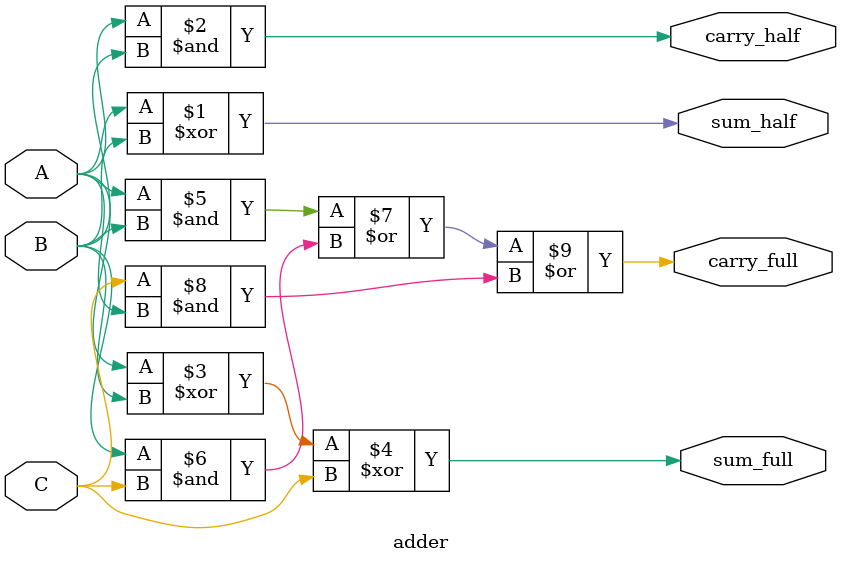
<source format=v>
module adder (
input A,B,C,
output sum_half,carry_half,
output sum_full,carry_full
);

//Half Adder
assign sum_half = A ^ B; //XOR gate
assign carry_half = A & B; //AND gate

//Full Adder
assign sum_full = A ^ B ^ C; //XOR gate
assign carry_full = (A & B) | (B & C) | (C & A); //Carry out using AND and OR gates


endmodule
</source>
